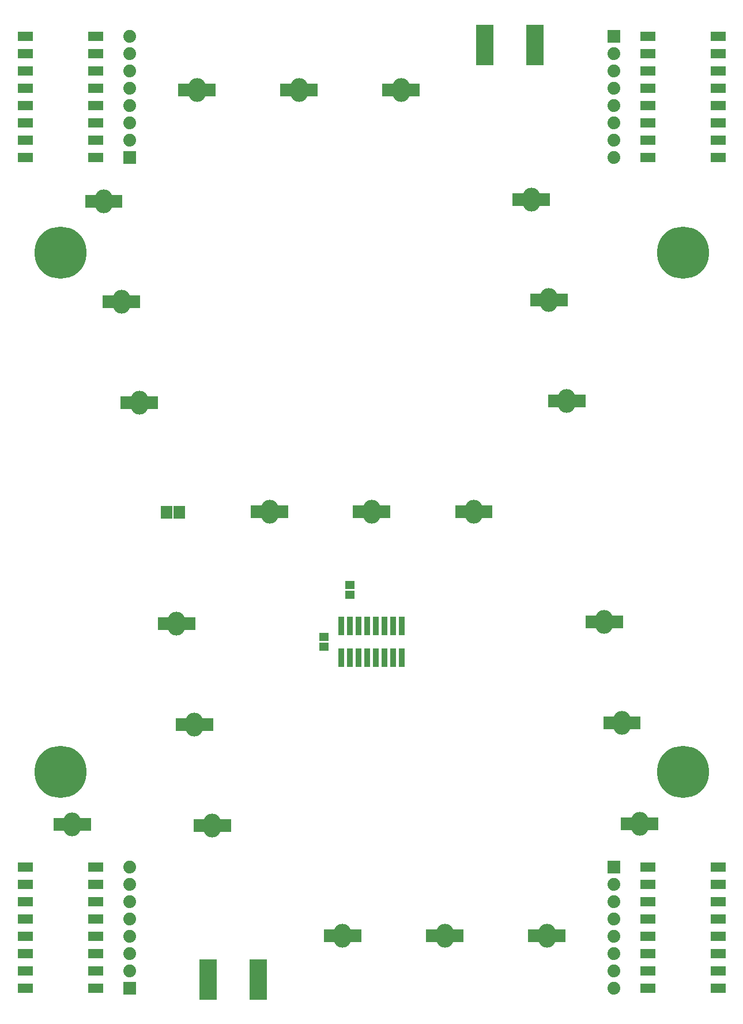
<source format=gts>
G04 (created by PCBNEW (2013-07-07 BZR 4022)-stable) date 10/26/2014 6:34:32 PM*
%MOIN*%
G04 Gerber Fmt 3.4, Leading zero omitted, Abs format*
%FSLAX34Y34*%
G01*
G70*
G90*
G04 APERTURE LIST*
%ADD10C,0.01*%
%ADD11R,0.0652X0.073*%
%ADD12R,0.0534X0.0494*%
%ADD13C,0.301402*%
%ADD14R,0.074X0.074*%
%ADD15C,0.074*%
%ADD16R,0.104551X0.234472*%
%ADD17R,0.089X0.054*%
%ADD18R,0.034X0.108*%
%ADD19R,0.0651811X0.0769921*%
%ADD20O,0.0987402X0.13811*%
G04 APERTURE END LIST*
G54D10*
G54D11*
X9125Y30000D03*
X9875Y30000D03*
G54D12*
X18250Y22796D03*
X18250Y22204D03*
X19750Y25204D03*
X19750Y25796D03*
G54D13*
X39000Y15000D03*
X3000Y45000D03*
X3000Y15000D03*
X39000Y45000D03*
G54D14*
X35000Y57500D03*
G54D15*
X35000Y56500D03*
X35000Y55500D03*
X35000Y54500D03*
X35000Y53500D03*
X35000Y52500D03*
X35000Y51500D03*
X35000Y50500D03*
G54D14*
X7000Y50500D03*
G54D15*
X7000Y51500D03*
X7000Y52500D03*
X7000Y53500D03*
X7000Y54500D03*
X7000Y55500D03*
X7000Y56500D03*
X7000Y57500D03*
G54D14*
X35000Y9500D03*
G54D15*
X35000Y8500D03*
X35000Y7500D03*
X35000Y6500D03*
X35000Y5500D03*
X35000Y4500D03*
X35000Y3500D03*
X35000Y2500D03*
G54D14*
X7000Y2500D03*
G54D15*
X7000Y3500D03*
X7000Y4500D03*
X7000Y5500D03*
X7000Y6500D03*
X7000Y7500D03*
X7000Y8500D03*
X7000Y9500D03*
G54D16*
X30456Y57000D03*
X27543Y57000D03*
X14456Y3000D03*
X11543Y3000D03*
G54D17*
X41025Y57500D03*
X41025Y56500D03*
X41025Y55500D03*
X41025Y54500D03*
X41025Y53500D03*
X41025Y52500D03*
X41025Y51500D03*
X41025Y50500D03*
X36975Y57500D03*
X36975Y56500D03*
X36975Y55500D03*
X36975Y54500D03*
X36975Y53500D03*
X36975Y52500D03*
X36975Y51500D03*
X36975Y50500D03*
X975Y50500D03*
X975Y51500D03*
X975Y52500D03*
X975Y53500D03*
X975Y54500D03*
X975Y55500D03*
X975Y56500D03*
X975Y57500D03*
X5025Y50500D03*
X5025Y51500D03*
X5025Y52500D03*
X5025Y53500D03*
X5025Y54500D03*
X5025Y55500D03*
X5025Y56500D03*
X5025Y57500D03*
X41025Y9500D03*
X41025Y8500D03*
X41025Y7500D03*
X41025Y6500D03*
X41025Y5500D03*
X41025Y4500D03*
X41025Y3500D03*
X41025Y2500D03*
X36975Y9500D03*
X36975Y8500D03*
X36975Y7500D03*
X36975Y6500D03*
X36975Y5500D03*
X36975Y4500D03*
X36975Y3500D03*
X36975Y2500D03*
X975Y2500D03*
X975Y3500D03*
X975Y4500D03*
X975Y5500D03*
X975Y6500D03*
X975Y7500D03*
X975Y8500D03*
X975Y9500D03*
X5025Y2500D03*
X5025Y3500D03*
X5025Y4500D03*
X5025Y5500D03*
X5025Y6500D03*
X5025Y7500D03*
X5025Y8500D03*
X5025Y9500D03*
G54D18*
X19250Y21585D03*
X19750Y21585D03*
X20250Y21585D03*
X20750Y21585D03*
X21250Y21585D03*
X21750Y21585D03*
X22250Y21585D03*
X22750Y21585D03*
X22750Y23415D03*
X22250Y23415D03*
X21750Y23415D03*
X21250Y23415D03*
X20750Y23415D03*
X20250Y23415D03*
X19750Y23415D03*
X19250Y23415D03*
G54D19*
X30978Y48063D03*
X29482Y48063D03*
G54D20*
X30230Y48063D03*
G54D19*
X23452Y54394D03*
X21956Y54394D03*
G54D20*
X22704Y54394D03*
G54D19*
X17547Y54394D03*
X16051Y54394D03*
G54D20*
X16799Y54394D03*
G54D19*
X11641Y54394D03*
X10145Y54394D03*
G54D20*
X10893Y54394D03*
G54D19*
X8307Y36326D03*
X6811Y36326D03*
G54D20*
X7559Y36326D03*
G54D19*
X7282Y42141D03*
X5785Y42141D03*
G54D20*
X6534Y42141D03*
G54D19*
X4427Y11944D03*
X2931Y11944D03*
G54D20*
X3679Y11944D03*
G54D19*
X15842Y30004D03*
X14346Y30004D03*
G54D20*
X15094Y30004D03*
G54D19*
X21748Y30004D03*
X20252Y30004D03*
G54D20*
X21000Y30004D03*
G54D19*
X27654Y30004D03*
X26158Y30004D03*
G54D20*
X26906Y30004D03*
G54D19*
X6256Y47957D03*
X4760Y47957D03*
G54D20*
X5508Y47957D03*
G54D19*
X32004Y42247D03*
X30508Y42247D03*
G54D20*
X31256Y42247D03*
G54D19*
X33029Y36432D03*
X31533Y36432D03*
G54D20*
X32281Y36432D03*
G54D19*
X35192Y23660D03*
X33696Y23660D03*
G54D20*
X34444Y23660D03*
G54D19*
X36222Y17821D03*
X34726Y17821D03*
G54D20*
X35474Y17821D03*
G54D19*
X37251Y11983D03*
X35755Y11983D03*
G54D20*
X36503Y11983D03*
G54D19*
X30383Y5533D03*
X31879Y5533D03*
G54D20*
X31131Y5533D03*
G54D19*
X24477Y5533D03*
X25973Y5533D03*
G54D20*
X25225Y5533D03*
G54D19*
X18571Y5533D03*
X20067Y5533D03*
G54D20*
X19319Y5533D03*
G54D19*
X8974Y23553D03*
X10470Y23553D03*
G54D20*
X9722Y23553D03*
G54D19*
X11499Y17715D03*
X10003Y17715D03*
G54D20*
X10751Y17715D03*
G54D19*
X11033Y11877D03*
X12529Y11877D03*
G54D20*
X11781Y11877D03*
M02*

</source>
